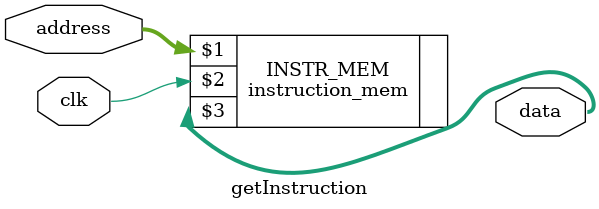
<source format=sv>
module getInstruction #(parameter ADDRESS_WIDTH = 8, parameter INSTRUCTION_SIZE = 8)
(
	input clk,
	input [17:0] address,
	output logic [7:0] data
);
						
	instruction_mem #(ADDRESS_WIDTH,INSTRUCTION_SIZE)INSTR_MEM (address, clk, data);
endmodule
</source>
